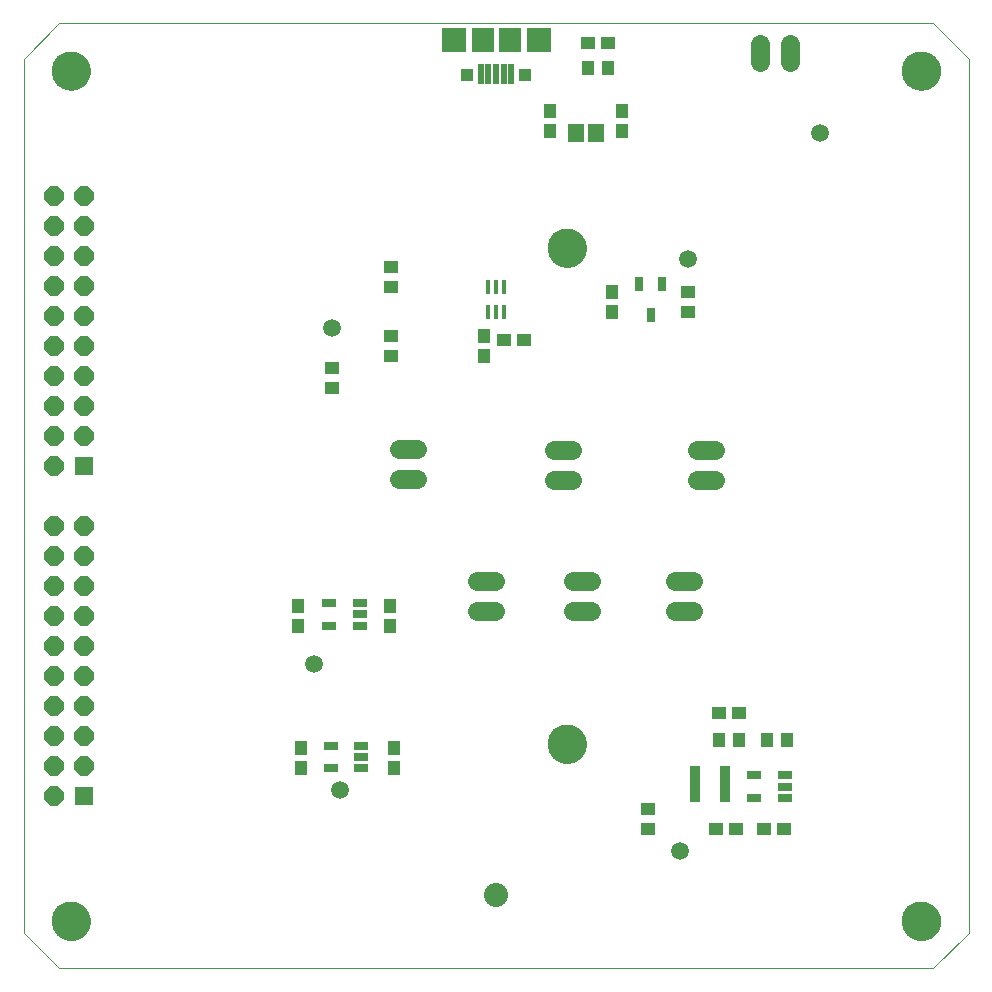
<source format=gts>
G75*
%MOIN*%
%OFA0B0*%
%FSLAX25Y25*%
%IPPOS*%
%LPD*%
%AMOC8*
5,1,8,0,0,1.08239X$1,22.5*
%
%ADD10R,0.05124X0.02762*%
%ADD11R,0.02762X0.05124*%
%ADD12R,0.01800X0.05000*%
%ADD13C,0.08000*%
%ADD14R,0.04337X0.04731*%
%ADD15R,0.04731X0.04337*%
%ADD16R,0.03400X0.12400*%
%ADD17C,0.05912*%
%ADD18R,0.01975X0.06896*%
%ADD19R,0.04172X0.04172*%
%ADD20R,0.07487X0.07880*%
%ADD21R,0.08000X0.08000*%
%ADD22R,0.05518X0.06306*%
%ADD23C,0.06400*%
%ADD24C,0.00000*%
%ADD25C,0.12998*%
%ADD26OC8,0.06400*%
%ADD27R,0.06400X0.06400*%
D10*
X0123382Y0083760D03*
X0123382Y0091240D03*
X0133618Y0091240D03*
X0133618Y0087500D03*
X0133618Y0083760D03*
X0133118Y0131260D03*
X0133118Y0135000D03*
X0133118Y0138740D03*
X0122882Y0138740D03*
X0122882Y0131260D03*
X0264582Y0081340D03*
X0264582Y0073860D03*
X0274818Y0073860D03*
X0274818Y0077600D03*
X0274818Y0081340D03*
D11*
X0230000Y0234882D03*
X0226260Y0245118D03*
X0233740Y0245118D03*
D12*
X0181100Y0244100D03*
X0178500Y0244100D03*
X0175900Y0244100D03*
X0175900Y0235900D03*
X0178500Y0235900D03*
X0181100Y0235900D03*
D13*
X0178500Y0041500D03*
D14*
X0144500Y0083754D03*
X0144500Y0090446D03*
X0113500Y0090446D03*
X0113500Y0083754D03*
X0112500Y0131254D03*
X0112500Y0137946D03*
X0143000Y0137946D03*
X0143000Y0131254D03*
X0174300Y0221254D03*
X0174300Y0227946D03*
X0217000Y0235654D03*
X0217000Y0242346D03*
X0220500Y0296154D03*
X0220500Y0302846D03*
X0215846Y0317000D03*
X0209154Y0317000D03*
X0196500Y0302846D03*
X0196500Y0296154D03*
X0252854Y0093100D03*
X0259546Y0093100D03*
X0268854Y0093100D03*
X0275546Y0093100D03*
D15*
X0259546Y0102100D03*
X0252854Y0102100D03*
X0229000Y0070246D03*
X0229000Y0063554D03*
X0251854Y0063600D03*
X0258546Y0063600D03*
X0267854Y0063600D03*
X0274546Y0063600D03*
X0123900Y0210354D03*
X0123900Y0217046D03*
X0143500Y0221154D03*
X0143500Y0227846D03*
X0143500Y0244254D03*
X0143500Y0250946D03*
X0181054Y0226500D03*
X0187746Y0226500D03*
X0242500Y0235654D03*
X0242500Y0242346D03*
X0215846Y0325500D03*
X0209154Y0325500D03*
D16*
X0244700Y0078600D03*
X0254700Y0078600D03*
D17*
X0239700Y0056100D03*
X0126400Y0076500D03*
X0117900Y0118600D03*
X0123900Y0230400D03*
X0242500Y0253500D03*
X0286500Y0295500D03*
D18*
X0183618Y0315130D03*
X0181059Y0315130D03*
X0178500Y0315130D03*
X0175941Y0315130D03*
X0173382Y0315130D03*
D19*
X0168953Y0314874D03*
X0188047Y0314874D03*
D20*
X0183028Y0326291D03*
X0173972Y0326291D03*
D21*
X0164327Y0326291D03*
X0192673Y0326291D03*
D22*
X0205154Y0295500D03*
X0211846Y0295500D03*
D23*
X0266500Y0319000D02*
X0266500Y0325000D01*
X0276500Y0325000D02*
X0276500Y0319000D01*
X0251600Y0189800D02*
X0245600Y0189800D01*
X0245600Y0179800D02*
X0251600Y0179800D01*
X0244000Y0146000D02*
X0238000Y0146000D01*
X0238000Y0136000D02*
X0244000Y0136000D01*
X0210000Y0136000D02*
X0204000Y0136000D01*
X0204000Y0146000D02*
X0210000Y0146000D01*
X0178000Y0146000D02*
X0172000Y0146000D01*
X0172000Y0136000D02*
X0178000Y0136000D01*
X0197800Y0179900D02*
X0203800Y0179900D01*
X0203800Y0189900D02*
X0197800Y0189900D01*
X0152100Y0190000D02*
X0146100Y0190000D01*
X0146100Y0180000D02*
X0152100Y0180000D01*
D24*
X0021000Y0028811D02*
X0032811Y0017000D01*
X0324150Y0017000D01*
X0335961Y0028811D01*
X0335961Y0320150D01*
X0324150Y0331961D01*
X0032811Y0331961D01*
X0021000Y0320150D01*
X0021000Y0028811D01*
X0030449Y0032748D02*
X0030451Y0032906D01*
X0030457Y0033064D01*
X0030467Y0033222D01*
X0030481Y0033380D01*
X0030499Y0033537D01*
X0030520Y0033694D01*
X0030546Y0033850D01*
X0030576Y0034006D01*
X0030609Y0034161D01*
X0030647Y0034314D01*
X0030688Y0034467D01*
X0030733Y0034619D01*
X0030782Y0034770D01*
X0030835Y0034919D01*
X0030891Y0035067D01*
X0030951Y0035213D01*
X0031015Y0035358D01*
X0031083Y0035501D01*
X0031154Y0035643D01*
X0031228Y0035783D01*
X0031306Y0035920D01*
X0031388Y0036056D01*
X0031472Y0036190D01*
X0031561Y0036321D01*
X0031652Y0036450D01*
X0031747Y0036577D01*
X0031844Y0036702D01*
X0031945Y0036824D01*
X0032049Y0036943D01*
X0032156Y0037060D01*
X0032266Y0037174D01*
X0032379Y0037285D01*
X0032494Y0037394D01*
X0032612Y0037499D01*
X0032733Y0037601D01*
X0032856Y0037701D01*
X0032982Y0037797D01*
X0033110Y0037890D01*
X0033240Y0037980D01*
X0033373Y0038066D01*
X0033508Y0038150D01*
X0033644Y0038229D01*
X0033783Y0038306D01*
X0033924Y0038378D01*
X0034066Y0038448D01*
X0034210Y0038513D01*
X0034356Y0038575D01*
X0034503Y0038633D01*
X0034652Y0038688D01*
X0034802Y0038739D01*
X0034953Y0038786D01*
X0035105Y0038829D01*
X0035258Y0038868D01*
X0035413Y0038904D01*
X0035568Y0038935D01*
X0035724Y0038963D01*
X0035880Y0038987D01*
X0036037Y0039007D01*
X0036195Y0039023D01*
X0036352Y0039035D01*
X0036511Y0039043D01*
X0036669Y0039047D01*
X0036827Y0039047D01*
X0036985Y0039043D01*
X0037144Y0039035D01*
X0037301Y0039023D01*
X0037459Y0039007D01*
X0037616Y0038987D01*
X0037772Y0038963D01*
X0037928Y0038935D01*
X0038083Y0038904D01*
X0038238Y0038868D01*
X0038391Y0038829D01*
X0038543Y0038786D01*
X0038694Y0038739D01*
X0038844Y0038688D01*
X0038993Y0038633D01*
X0039140Y0038575D01*
X0039286Y0038513D01*
X0039430Y0038448D01*
X0039572Y0038378D01*
X0039713Y0038306D01*
X0039852Y0038229D01*
X0039988Y0038150D01*
X0040123Y0038066D01*
X0040256Y0037980D01*
X0040386Y0037890D01*
X0040514Y0037797D01*
X0040640Y0037701D01*
X0040763Y0037601D01*
X0040884Y0037499D01*
X0041002Y0037394D01*
X0041117Y0037285D01*
X0041230Y0037174D01*
X0041340Y0037060D01*
X0041447Y0036943D01*
X0041551Y0036824D01*
X0041652Y0036702D01*
X0041749Y0036577D01*
X0041844Y0036450D01*
X0041935Y0036321D01*
X0042024Y0036190D01*
X0042108Y0036056D01*
X0042190Y0035920D01*
X0042268Y0035783D01*
X0042342Y0035643D01*
X0042413Y0035501D01*
X0042481Y0035358D01*
X0042545Y0035213D01*
X0042605Y0035067D01*
X0042661Y0034919D01*
X0042714Y0034770D01*
X0042763Y0034619D01*
X0042808Y0034467D01*
X0042849Y0034314D01*
X0042887Y0034161D01*
X0042920Y0034006D01*
X0042950Y0033850D01*
X0042976Y0033694D01*
X0042997Y0033537D01*
X0043015Y0033380D01*
X0043029Y0033222D01*
X0043039Y0033064D01*
X0043045Y0032906D01*
X0043047Y0032748D01*
X0043045Y0032590D01*
X0043039Y0032432D01*
X0043029Y0032274D01*
X0043015Y0032116D01*
X0042997Y0031959D01*
X0042976Y0031802D01*
X0042950Y0031646D01*
X0042920Y0031490D01*
X0042887Y0031335D01*
X0042849Y0031182D01*
X0042808Y0031029D01*
X0042763Y0030877D01*
X0042714Y0030726D01*
X0042661Y0030577D01*
X0042605Y0030429D01*
X0042545Y0030283D01*
X0042481Y0030138D01*
X0042413Y0029995D01*
X0042342Y0029853D01*
X0042268Y0029713D01*
X0042190Y0029576D01*
X0042108Y0029440D01*
X0042024Y0029306D01*
X0041935Y0029175D01*
X0041844Y0029046D01*
X0041749Y0028919D01*
X0041652Y0028794D01*
X0041551Y0028672D01*
X0041447Y0028553D01*
X0041340Y0028436D01*
X0041230Y0028322D01*
X0041117Y0028211D01*
X0041002Y0028102D01*
X0040884Y0027997D01*
X0040763Y0027895D01*
X0040640Y0027795D01*
X0040514Y0027699D01*
X0040386Y0027606D01*
X0040256Y0027516D01*
X0040123Y0027430D01*
X0039988Y0027346D01*
X0039852Y0027267D01*
X0039713Y0027190D01*
X0039572Y0027118D01*
X0039430Y0027048D01*
X0039286Y0026983D01*
X0039140Y0026921D01*
X0038993Y0026863D01*
X0038844Y0026808D01*
X0038694Y0026757D01*
X0038543Y0026710D01*
X0038391Y0026667D01*
X0038238Y0026628D01*
X0038083Y0026592D01*
X0037928Y0026561D01*
X0037772Y0026533D01*
X0037616Y0026509D01*
X0037459Y0026489D01*
X0037301Y0026473D01*
X0037144Y0026461D01*
X0036985Y0026453D01*
X0036827Y0026449D01*
X0036669Y0026449D01*
X0036511Y0026453D01*
X0036352Y0026461D01*
X0036195Y0026473D01*
X0036037Y0026489D01*
X0035880Y0026509D01*
X0035724Y0026533D01*
X0035568Y0026561D01*
X0035413Y0026592D01*
X0035258Y0026628D01*
X0035105Y0026667D01*
X0034953Y0026710D01*
X0034802Y0026757D01*
X0034652Y0026808D01*
X0034503Y0026863D01*
X0034356Y0026921D01*
X0034210Y0026983D01*
X0034066Y0027048D01*
X0033924Y0027118D01*
X0033783Y0027190D01*
X0033644Y0027267D01*
X0033508Y0027346D01*
X0033373Y0027430D01*
X0033240Y0027516D01*
X0033110Y0027606D01*
X0032982Y0027699D01*
X0032856Y0027795D01*
X0032733Y0027895D01*
X0032612Y0027997D01*
X0032494Y0028102D01*
X0032379Y0028211D01*
X0032266Y0028322D01*
X0032156Y0028436D01*
X0032049Y0028553D01*
X0031945Y0028672D01*
X0031844Y0028794D01*
X0031747Y0028919D01*
X0031652Y0029046D01*
X0031561Y0029175D01*
X0031472Y0029306D01*
X0031388Y0029440D01*
X0031306Y0029576D01*
X0031228Y0029713D01*
X0031154Y0029853D01*
X0031083Y0029995D01*
X0031015Y0030138D01*
X0030951Y0030283D01*
X0030891Y0030429D01*
X0030835Y0030577D01*
X0030782Y0030726D01*
X0030733Y0030877D01*
X0030688Y0031029D01*
X0030647Y0031182D01*
X0030609Y0031335D01*
X0030576Y0031490D01*
X0030546Y0031646D01*
X0030520Y0031802D01*
X0030499Y0031959D01*
X0030481Y0032116D01*
X0030467Y0032274D01*
X0030457Y0032432D01*
X0030451Y0032590D01*
X0030449Y0032748D01*
X0195803Y0091803D02*
X0195805Y0091961D01*
X0195811Y0092119D01*
X0195821Y0092277D01*
X0195835Y0092435D01*
X0195853Y0092592D01*
X0195874Y0092749D01*
X0195900Y0092905D01*
X0195930Y0093061D01*
X0195963Y0093216D01*
X0196001Y0093369D01*
X0196042Y0093522D01*
X0196087Y0093674D01*
X0196136Y0093825D01*
X0196189Y0093974D01*
X0196245Y0094122D01*
X0196305Y0094268D01*
X0196369Y0094413D01*
X0196437Y0094556D01*
X0196508Y0094698D01*
X0196582Y0094838D01*
X0196660Y0094975D01*
X0196742Y0095111D01*
X0196826Y0095245D01*
X0196915Y0095376D01*
X0197006Y0095505D01*
X0197101Y0095632D01*
X0197198Y0095757D01*
X0197299Y0095879D01*
X0197403Y0095998D01*
X0197510Y0096115D01*
X0197620Y0096229D01*
X0197733Y0096340D01*
X0197848Y0096449D01*
X0197966Y0096554D01*
X0198087Y0096656D01*
X0198210Y0096756D01*
X0198336Y0096852D01*
X0198464Y0096945D01*
X0198594Y0097035D01*
X0198727Y0097121D01*
X0198862Y0097205D01*
X0198998Y0097284D01*
X0199137Y0097361D01*
X0199278Y0097433D01*
X0199420Y0097503D01*
X0199564Y0097568D01*
X0199710Y0097630D01*
X0199857Y0097688D01*
X0200006Y0097743D01*
X0200156Y0097794D01*
X0200307Y0097841D01*
X0200459Y0097884D01*
X0200612Y0097923D01*
X0200767Y0097959D01*
X0200922Y0097990D01*
X0201078Y0098018D01*
X0201234Y0098042D01*
X0201391Y0098062D01*
X0201549Y0098078D01*
X0201706Y0098090D01*
X0201865Y0098098D01*
X0202023Y0098102D01*
X0202181Y0098102D01*
X0202339Y0098098D01*
X0202498Y0098090D01*
X0202655Y0098078D01*
X0202813Y0098062D01*
X0202970Y0098042D01*
X0203126Y0098018D01*
X0203282Y0097990D01*
X0203437Y0097959D01*
X0203592Y0097923D01*
X0203745Y0097884D01*
X0203897Y0097841D01*
X0204048Y0097794D01*
X0204198Y0097743D01*
X0204347Y0097688D01*
X0204494Y0097630D01*
X0204640Y0097568D01*
X0204784Y0097503D01*
X0204926Y0097433D01*
X0205067Y0097361D01*
X0205206Y0097284D01*
X0205342Y0097205D01*
X0205477Y0097121D01*
X0205610Y0097035D01*
X0205740Y0096945D01*
X0205868Y0096852D01*
X0205994Y0096756D01*
X0206117Y0096656D01*
X0206238Y0096554D01*
X0206356Y0096449D01*
X0206471Y0096340D01*
X0206584Y0096229D01*
X0206694Y0096115D01*
X0206801Y0095998D01*
X0206905Y0095879D01*
X0207006Y0095757D01*
X0207103Y0095632D01*
X0207198Y0095505D01*
X0207289Y0095376D01*
X0207378Y0095245D01*
X0207462Y0095111D01*
X0207544Y0094975D01*
X0207622Y0094838D01*
X0207696Y0094698D01*
X0207767Y0094556D01*
X0207835Y0094413D01*
X0207899Y0094268D01*
X0207959Y0094122D01*
X0208015Y0093974D01*
X0208068Y0093825D01*
X0208117Y0093674D01*
X0208162Y0093522D01*
X0208203Y0093369D01*
X0208241Y0093216D01*
X0208274Y0093061D01*
X0208304Y0092905D01*
X0208330Y0092749D01*
X0208351Y0092592D01*
X0208369Y0092435D01*
X0208383Y0092277D01*
X0208393Y0092119D01*
X0208399Y0091961D01*
X0208401Y0091803D01*
X0208399Y0091645D01*
X0208393Y0091487D01*
X0208383Y0091329D01*
X0208369Y0091171D01*
X0208351Y0091014D01*
X0208330Y0090857D01*
X0208304Y0090701D01*
X0208274Y0090545D01*
X0208241Y0090390D01*
X0208203Y0090237D01*
X0208162Y0090084D01*
X0208117Y0089932D01*
X0208068Y0089781D01*
X0208015Y0089632D01*
X0207959Y0089484D01*
X0207899Y0089338D01*
X0207835Y0089193D01*
X0207767Y0089050D01*
X0207696Y0088908D01*
X0207622Y0088768D01*
X0207544Y0088631D01*
X0207462Y0088495D01*
X0207378Y0088361D01*
X0207289Y0088230D01*
X0207198Y0088101D01*
X0207103Y0087974D01*
X0207006Y0087849D01*
X0206905Y0087727D01*
X0206801Y0087608D01*
X0206694Y0087491D01*
X0206584Y0087377D01*
X0206471Y0087266D01*
X0206356Y0087157D01*
X0206238Y0087052D01*
X0206117Y0086950D01*
X0205994Y0086850D01*
X0205868Y0086754D01*
X0205740Y0086661D01*
X0205610Y0086571D01*
X0205477Y0086485D01*
X0205342Y0086401D01*
X0205206Y0086322D01*
X0205067Y0086245D01*
X0204926Y0086173D01*
X0204784Y0086103D01*
X0204640Y0086038D01*
X0204494Y0085976D01*
X0204347Y0085918D01*
X0204198Y0085863D01*
X0204048Y0085812D01*
X0203897Y0085765D01*
X0203745Y0085722D01*
X0203592Y0085683D01*
X0203437Y0085647D01*
X0203282Y0085616D01*
X0203126Y0085588D01*
X0202970Y0085564D01*
X0202813Y0085544D01*
X0202655Y0085528D01*
X0202498Y0085516D01*
X0202339Y0085508D01*
X0202181Y0085504D01*
X0202023Y0085504D01*
X0201865Y0085508D01*
X0201706Y0085516D01*
X0201549Y0085528D01*
X0201391Y0085544D01*
X0201234Y0085564D01*
X0201078Y0085588D01*
X0200922Y0085616D01*
X0200767Y0085647D01*
X0200612Y0085683D01*
X0200459Y0085722D01*
X0200307Y0085765D01*
X0200156Y0085812D01*
X0200006Y0085863D01*
X0199857Y0085918D01*
X0199710Y0085976D01*
X0199564Y0086038D01*
X0199420Y0086103D01*
X0199278Y0086173D01*
X0199137Y0086245D01*
X0198998Y0086322D01*
X0198862Y0086401D01*
X0198727Y0086485D01*
X0198594Y0086571D01*
X0198464Y0086661D01*
X0198336Y0086754D01*
X0198210Y0086850D01*
X0198087Y0086950D01*
X0197966Y0087052D01*
X0197848Y0087157D01*
X0197733Y0087266D01*
X0197620Y0087377D01*
X0197510Y0087491D01*
X0197403Y0087608D01*
X0197299Y0087727D01*
X0197198Y0087849D01*
X0197101Y0087974D01*
X0197006Y0088101D01*
X0196915Y0088230D01*
X0196826Y0088361D01*
X0196742Y0088495D01*
X0196660Y0088631D01*
X0196582Y0088768D01*
X0196508Y0088908D01*
X0196437Y0089050D01*
X0196369Y0089193D01*
X0196305Y0089338D01*
X0196245Y0089484D01*
X0196189Y0089632D01*
X0196136Y0089781D01*
X0196087Y0089932D01*
X0196042Y0090084D01*
X0196001Y0090237D01*
X0195963Y0090390D01*
X0195930Y0090545D01*
X0195900Y0090701D01*
X0195874Y0090857D01*
X0195853Y0091014D01*
X0195835Y0091171D01*
X0195821Y0091329D01*
X0195811Y0091487D01*
X0195805Y0091645D01*
X0195803Y0091803D01*
X0313914Y0032748D02*
X0313916Y0032906D01*
X0313922Y0033064D01*
X0313932Y0033222D01*
X0313946Y0033380D01*
X0313964Y0033537D01*
X0313985Y0033694D01*
X0314011Y0033850D01*
X0314041Y0034006D01*
X0314074Y0034161D01*
X0314112Y0034314D01*
X0314153Y0034467D01*
X0314198Y0034619D01*
X0314247Y0034770D01*
X0314300Y0034919D01*
X0314356Y0035067D01*
X0314416Y0035213D01*
X0314480Y0035358D01*
X0314548Y0035501D01*
X0314619Y0035643D01*
X0314693Y0035783D01*
X0314771Y0035920D01*
X0314853Y0036056D01*
X0314937Y0036190D01*
X0315026Y0036321D01*
X0315117Y0036450D01*
X0315212Y0036577D01*
X0315309Y0036702D01*
X0315410Y0036824D01*
X0315514Y0036943D01*
X0315621Y0037060D01*
X0315731Y0037174D01*
X0315844Y0037285D01*
X0315959Y0037394D01*
X0316077Y0037499D01*
X0316198Y0037601D01*
X0316321Y0037701D01*
X0316447Y0037797D01*
X0316575Y0037890D01*
X0316705Y0037980D01*
X0316838Y0038066D01*
X0316973Y0038150D01*
X0317109Y0038229D01*
X0317248Y0038306D01*
X0317389Y0038378D01*
X0317531Y0038448D01*
X0317675Y0038513D01*
X0317821Y0038575D01*
X0317968Y0038633D01*
X0318117Y0038688D01*
X0318267Y0038739D01*
X0318418Y0038786D01*
X0318570Y0038829D01*
X0318723Y0038868D01*
X0318878Y0038904D01*
X0319033Y0038935D01*
X0319189Y0038963D01*
X0319345Y0038987D01*
X0319502Y0039007D01*
X0319660Y0039023D01*
X0319817Y0039035D01*
X0319976Y0039043D01*
X0320134Y0039047D01*
X0320292Y0039047D01*
X0320450Y0039043D01*
X0320609Y0039035D01*
X0320766Y0039023D01*
X0320924Y0039007D01*
X0321081Y0038987D01*
X0321237Y0038963D01*
X0321393Y0038935D01*
X0321548Y0038904D01*
X0321703Y0038868D01*
X0321856Y0038829D01*
X0322008Y0038786D01*
X0322159Y0038739D01*
X0322309Y0038688D01*
X0322458Y0038633D01*
X0322605Y0038575D01*
X0322751Y0038513D01*
X0322895Y0038448D01*
X0323037Y0038378D01*
X0323178Y0038306D01*
X0323317Y0038229D01*
X0323453Y0038150D01*
X0323588Y0038066D01*
X0323721Y0037980D01*
X0323851Y0037890D01*
X0323979Y0037797D01*
X0324105Y0037701D01*
X0324228Y0037601D01*
X0324349Y0037499D01*
X0324467Y0037394D01*
X0324582Y0037285D01*
X0324695Y0037174D01*
X0324805Y0037060D01*
X0324912Y0036943D01*
X0325016Y0036824D01*
X0325117Y0036702D01*
X0325214Y0036577D01*
X0325309Y0036450D01*
X0325400Y0036321D01*
X0325489Y0036190D01*
X0325573Y0036056D01*
X0325655Y0035920D01*
X0325733Y0035783D01*
X0325807Y0035643D01*
X0325878Y0035501D01*
X0325946Y0035358D01*
X0326010Y0035213D01*
X0326070Y0035067D01*
X0326126Y0034919D01*
X0326179Y0034770D01*
X0326228Y0034619D01*
X0326273Y0034467D01*
X0326314Y0034314D01*
X0326352Y0034161D01*
X0326385Y0034006D01*
X0326415Y0033850D01*
X0326441Y0033694D01*
X0326462Y0033537D01*
X0326480Y0033380D01*
X0326494Y0033222D01*
X0326504Y0033064D01*
X0326510Y0032906D01*
X0326512Y0032748D01*
X0326510Y0032590D01*
X0326504Y0032432D01*
X0326494Y0032274D01*
X0326480Y0032116D01*
X0326462Y0031959D01*
X0326441Y0031802D01*
X0326415Y0031646D01*
X0326385Y0031490D01*
X0326352Y0031335D01*
X0326314Y0031182D01*
X0326273Y0031029D01*
X0326228Y0030877D01*
X0326179Y0030726D01*
X0326126Y0030577D01*
X0326070Y0030429D01*
X0326010Y0030283D01*
X0325946Y0030138D01*
X0325878Y0029995D01*
X0325807Y0029853D01*
X0325733Y0029713D01*
X0325655Y0029576D01*
X0325573Y0029440D01*
X0325489Y0029306D01*
X0325400Y0029175D01*
X0325309Y0029046D01*
X0325214Y0028919D01*
X0325117Y0028794D01*
X0325016Y0028672D01*
X0324912Y0028553D01*
X0324805Y0028436D01*
X0324695Y0028322D01*
X0324582Y0028211D01*
X0324467Y0028102D01*
X0324349Y0027997D01*
X0324228Y0027895D01*
X0324105Y0027795D01*
X0323979Y0027699D01*
X0323851Y0027606D01*
X0323721Y0027516D01*
X0323588Y0027430D01*
X0323453Y0027346D01*
X0323317Y0027267D01*
X0323178Y0027190D01*
X0323037Y0027118D01*
X0322895Y0027048D01*
X0322751Y0026983D01*
X0322605Y0026921D01*
X0322458Y0026863D01*
X0322309Y0026808D01*
X0322159Y0026757D01*
X0322008Y0026710D01*
X0321856Y0026667D01*
X0321703Y0026628D01*
X0321548Y0026592D01*
X0321393Y0026561D01*
X0321237Y0026533D01*
X0321081Y0026509D01*
X0320924Y0026489D01*
X0320766Y0026473D01*
X0320609Y0026461D01*
X0320450Y0026453D01*
X0320292Y0026449D01*
X0320134Y0026449D01*
X0319976Y0026453D01*
X0319817Y0026461D01*
X0319660Y0026473D01*
X0319502Y0026489D01*
X0319345Y0026509D01*
X0319189Y0026533D01*
X0319033Y0026561D01*
X0318878Y0026592D01*
X0318723Y0026628D01*
X0318570Y0026667D01*
X0318418Y0026710D01*
X0318267Y0026757D01*
X0318117Y0026808D01*
X0317968Y0026863D01*
X0317821Y0026921D01*
X0317675Y0026983D01*
X0317531Y0027048D01*
X0317389Y0027118D01*
X0317248Y0027190D01*
X0317109Y0027267D01*
X0316973Y0027346D01*
X0316838Y0027430D01*
X0316705Y0027516D01*
X0316575Y0027606D01*
X0316447Y0027699D01*
X0316321Y0027795D01*
X0316198Y0027895D01*
X0316077Y0027997D01*
X0315959Y0028102D01*
X0315844Y0028211D01*
X0315731Y0028322D01*
X0315621Y0028436D01*
X0315514Y0028553D01*
X0315410Y0028672D01*
X0315309Y0028794D01*
X0315212Y0028919D01*
X0315117Y0029046D01*
X0315026Y0029175D01*
X0314937Y0029306D01*
X0314853Y0029440D01*
X0314771Y0029576D01*
X0314693Y0029713D01*
X0314619Y0029853D01*
X0314548Y0029995D01*
X0314480Y0030138D01*
X0314416Y0030283D01*
X0314356Y0030429D01*
X0314300Y0030577D01*
X0314247Y0030726D01*
X0314198Y0030877D01*
X0314153Y0031029D01*
X0314112Y0031182D01*
X0314074Y0031335D01*
X0314041Y0031490D01*
X0314011Y0031646D01*
X0313985Y0031802D01*
X0313964Y0031959D01*
X0313946Y0032116D01*
X0313932Y0032274D01*
X0313922Y0032432D01*
X0313916Y0032590D01*
X0313914Y0032748D01*
X0195803Y0257157D02*
X0195805Y0257315D01*
X0195811Y0257473D01*
X0195821Y0257631D01*
X0195835Y0257789D01*
X0195853Y0257946D01*
X0195874Y0258103D01*
X0195900Y0258259D01*
X0195930Y0258415D01*
X0195963Y0258570D01*
X0196001Y0258723D01*
X0196042Y0258876D01*
X0196087Y0259028D01*
X0196136Y0259179D01*
X0196189Y0259328D01*
X0196245Y0259476D01*
X0196305Y0259622D01*
X0196369Y0259767D01*
X0196437Y0259910D01*
X0196508Y0260052D01*
X0196582Y0260192D01*
X0196660Y0260329D01*
X0196742Y0260465D01*
X0196826Y0260599D01*
X0196915Y0260730D01*
X0197006Y0260859D01*
X0197101Y0260986D01*
X0197198Y0261111D01*
X0197299Y0261233D01*
X0197403Y0261352D01*
X0197510Y0261469D01*
X0197620Y0261583D01*
X0197733Y0261694D01*
X0197848Y0261803D01*
X0197966Y0261908D01*
X0198087Y0262010D01*
X0198210Y0262110D01*
X0198336Y0262206D01*
X0198464Y0262299D01*
X0198594Y0262389D01*
X0198727Y0262475D01*
X0198862Y0262559D01*
X0198998Y0262638D01*
X0199137Y0262715D01*
X0199278Y0262787D01*
X0199420Y0262857D01*
X0199564Y0262922D01*
X0199710Y0262984D01*
X0199857Y0263042D01*
X0200006Y0263097D01*
X0200156Y0263148D01*
X0200307Y0263195D01*
X0200459Y0263238D01*
X0200612Y0263277D01*
X0200767Y0263313D01*
X0200922Y0263344D01*
X0201078Y0263372D01*
X0201234Y0263396D01*
X0201391Y0263416D01*
X0201549Y0263432D01*
X0201706Y0263444D01*
X0201865Y0263452D01*
X0202023Y0263456D01*
X0202181Y0263456D01*
X0202339Y0263452D01*
X0202498Y0263444D01*
X0202655Y0263432D01*
X0202813Y0263416D01*
X0202970Y0263396D01*
X0203126Y0263372D01*
X0203282Y0263344D01*
X0203437Y0263313D01*
X0203592Y0263277D01*
X0203745Y0263238D01*
X0203897Y0263195D01*
X0204048Y0263148D01*
X0204198Y0263097D01*
X0204347Y0263042D01*
X0204494Y0262984D01*
X0204640Y0262922D01*
X0204784Y0262857D01*
X0204926Y0262787D01*
X0205067Y0262715D01*
X0205206Y0262638D01*
X0205342Y0262559D01*
X0205477Y0262475D01*
X0205610Y0262389D01*
X0205740Y0262299D01*
X0205868Y0262206D01*
X0205994Y0262110D01*
X0206117Y0262010D01*
X0206238Y0261908D01*
X0206356Y0261803D01*
X0206471Y0261694D01*
X0206584Y0261583D01*
X0206694Y0261469D01*
X0206801Y0261352D01*
X0206905Y0261233D01*
X0207006Y0261111D01*
X0207103Y0260986D01*
X0207198Y0260859D01*
X0207289Y0260730D01*
X0207378Y0260599D01*
X0207462Y0260465D01*
X0207544Y0260329D01*
X0207622Y0260192D01*
X0207696Y0260052D01*
X0207767Y0259910D01*
X0207835Y0259767D01*
X0207899Y0259622D01*
X0207959Y0259476D01*
X0208015Y0259328D01*
X0208068Y0259179D01*
X0208117Y0259028D01*
X0208162Y0258876D01*
X0208203Y0258723D01*
X0208241Y0258570D01*
X0208274Y0258415D01*
X0208304Y0258259D01*
X0208330Y0258103D01*
X0208351Y0257946D01*
X0208369Y0257789D01*
X0208383Y0257631D01*
X0208393Y0257473D01*
X0208399Y0257315D01*
X0208401Y0257157D01*
X0208399Y0256999D01*
X0208393Y0256841D01*
X0208383Y0256683D01*
X0208369Y0256525D01*
X0208351Y0256368D01*
X0208330Y0256211D01*
X0208304Y0256055D01*
X0208274Y0255899D01*
X0208241Y0255744D01*
X0208203Y0255591D01*
X0208162Y0255438D01*
X0208117Y0255286D01*
X0208068Y0255135D01*
X0208015Y0254986D01*
X0207959Y0254838D01*
X0207899Y0254692D01*
X0207835Y0254547D01*
X0207767Y0254404D01*
X0207696Y0254262D01*
X0207622Y0254122D01*
X0207544Y0253985D01*
X0207462Y0253849D01*
X0207378Y0253715D01*
X0207289Y0253584D01*
X0207198Y0253455D01*
X0207103Y0253328D01*
X0207006Y0253203D01*
X0206905Y0253081D01*
X0206801Y0252962D01*
X0206694Y0252845D01*
X0206584Y0252731D01*
X0206471Y0252620D01*
X0206356Y0252511D01*
X0206238Y0252406D01*
X0206117Y0252304D01*
X0205994Y0252204D01*
X0205868Y0252108D01*
X0205740Y0252015D01*
X0205610Y0251925D01*
X0205477Y0251839D01*
X0205342Y0251755D01*
X0205206Y0251676D01*
X0205067Y0251599D01*
X0204926Y0251527D01*
X0204784Y0251457D01*
X0204640Y0251392D01*
X0204494Y0251330D01*
X0204347Y0251272D01*
X0204198Y0251217D01*
X0204048Y0251166D01*
X0203897Y0251119D01*
X0203745Y0251076D01*
X0203592Y0251037D01*
X0203437Y0251001D01*
X0203282Y0250970D01*
X0203126Y0250942D01*
X0202970Y0250918D01*
X0202813Y0250898D01*
X0202655Y0250882D01*
X0202498Y0250870D01*
X0202339Y0250862D01*
X0202181Y0250858D01*
X0202023Y0250858D01*
X0201865Y0250862D01*
X0201706Y0250870D01*
X0201549Y0250882D01*
X0201391Y0250898D01*
X0201234Y0250918D01*
X0201078Y0250942D01*
X0200922Y0250970D01*
X0200767Y0251001D01*
X0200612Y0251037D01*
X0200459Y0251076D01*
X0200307Y0251119D01*
X0200156Y0251166D01*
X0200006Y0251217D01*
X0199857Y0251272D01*
X0199710Y0251330D01*
X0199564Y0251392D01*
X0199420Y0251457D01*
X0199278Y0251527D01*
X0199137Y0251599D01*
X0198998Y0251676D01*
X0198862Y0251755D01*
X0198727Y0251839D01*
X0198594Y0251925D01*
X0198464Y0252015D01*
X0198336Y0252108D01*
X0198210Y0252204D01*
X0198087Y0252304D01*
X0197966Y0252406D01*
X0197848Y0252511D01*
X0197733Y0252620D01*
X0197620Y0252731D01*
X0197510Y0252845D01*
X0197403Y0252962D01*
X0197299Y0253081D01*
X0197198Y0253203D01*
X0197101Y0253328D01*
X0197006Y0253455D01*
X0196915Y0253584D01*
X0196826Y0253715D01*
X0196742Y0253849D01*
X0196660Y0253985D01*
X0196582Y0254122D01*
X0196508Y0254262D01*
X0196437Y0254404D01*
X0196369Y0254547D01*
X0196305Y0254692D01*
X0196245Y0254838D01*
X0196189Y0254986D01*
X0196136Y0255135D01*
X0196087Y0255286D01*
X0196042Y0255438D01*
X0196001Y0255591D01*
X0195963Y0255744D01*
X0195930Y0255899D01*
X0195900Y0256055D01*
X0195874Y0256211D01*
X0195853Y0256368D01*
X0195835Y0256525D01*
X0195821Y0256683D01*
X0195811Y0256841D01*
X0195805Y0256999D01*
X0195803Y0257157D01*
X0313914Y0316213D02*
X0313916Y0316371D01*
X0313922Y0316529D01*
X0313932Y0316687D01*
X0313946Y0316845D01*
X0313964Y0317002D01*
X0313985Y0317159D01*
X0314011Y0317315D01*
X0314041Y0317471D01*
X0314074Y0317626D01*
X0314112Y0317779D01*
X0314153Y0317932D01*
X0314198Y0318084D01*
X0314247Y0318235D01*
X0314300Y0318384D01*
X0314356Y0318532D01*
X0314416Y0318678D01*
X0314480Y0318823D01*
X0314548Y0318966D01*
X0314619Y0319108D01*
X0314693Y0319248D01*
X0314771Y0319385D01*
X0314853Y0319521D01*
X0314937Y0319655D01*
X0315026Y0319786D01*
X0315117Y0319915D01*
X0315212Y0320042D01*
X0315309Y0320167D01*
X0315410Y0320289D01*
X0315514Y0320408D01*
X0315621Y0320525D01*
X0315731Y0320639D01*
X0315844Y0320750D01*
X0315959Y0320859D01*
X0316077Y0320964D01*
X0316198Y0321066D01*
X0316321Y0321166D01*
X0316447Y0321262D01*
X0316575Y0321355D01*
X0316705Y0321445D01*
X0316838Y0321531D01*
X0316973Y0321615D01*
X0317109Y0321694D01*
X0317248Y0321771D01*
X0317389Y0321843D01*
X0317531Y0321913D01*
X0317675Y0321978D01*
X0317821Y0322040D01*
X0317968Y0322098D01*
X0318117Y0322153D01*
X0318267Y0322204D01*
X0318418Y0322251D01*
X0318570Y0322294D01*
X0318723Y0322333D01*
X0318878Y0322369D01*
X0319033Y0322400D01*
X0319189Y0322428D01*
X0319345Y0322452D01*
X0319502Y0322472D01*
X0319660Y0322488D01*
X0319817Y0322500D01*
X0319976Y0322508D01*
X0320134Y0322512D01*
X0320292Y0322512D01*
X0320450Y0322508D01*
X0320609Y0322500D01*
X0320766Y0322488D01*
X0320924Y0322472D01*
X0321081Y0322452D01*
X0321237Y0322428D01*
X0321393Y0322400D01*
X0321548Y0322369D01*
X0321703Y0322333D01*
X0321856Y0322294D01*
X0322008Y0322251D01*
X0322159Y0322204D01*
X0322309Y0322153D01*
X0322458Y0322098D01*
X0322605Y0322040D01*
X0322751Y0321978D01*
X0322895Y0321913D01*
X0323037Y0321843D01*
X0323178Y0321771D01*
X0323317Y0321694D01*
X0323453Y0321615D01*
X0323588Y0321531D01*
X0323721Y0321445D01*
X0323851Y0321355D01*
X0323979Y0321262D01*
X0324105Y0321166D01*
X0324228Y0321066D01*
X0324349Y0320964D01*
X0324467Y0320859D01*
X0324582Y0320750D01*
X0324695Y0320639D01*
X0324805Y0320525D01*
X0324912Y0320408D01*
X0325016Y0320289D01*
X0325117Y0320167D01*
X0325214Y0320042D01*
X0325309Y0319915D01*
X0325400Y0319786D01*
X0325489Y0319655D01*
X0325573Y0319521D01*
X0325655Y0319385D01*
X0325733Y0319248D01*
X0325807Y0319108D01*
X0325878Y0318966D01*
X0325946Y0318823D01*
X0326010Y0318678D01*
X0326070Y0318532D01*
X0326126Y0318384D01*
X0326179Y0318235D01*
X0326228Y0318084D01*
X0326273Y0317932D01*
X0326314Y0317779D01*
X0326352Y0317626D01*
X0326385Y0317471D01*
X0326415Y0317315D01*
X0326441Y0317159D01*
X0326462Y0317002D01*
X0326480Y0316845D01*
X0326494Y0316687D01*
X0326504Y0316529D01*
X0326510Y0316371D01*
X0326512Y0316213D01*
X0326510Y0316055D01*
X0326504Y0315897D01*
X0326494Y0315739D01*
X0326480Y0315581D01*
X0326462Y0315424D01*
X0326441Y0315267D01*
X0326415Y0315111D01*
X0326385Y0314955D01*
X0326352Y0314800D01*
X0326314Y0314647D01*
X0326273Y0314494D01*
X0326228Y0314342D01*
X0326179Y0314191D01*
X0326126Y0314042D01*
X0326070Y0313894D01*
X0326010Y0313748D01*
X0325946Y0313603D01*
X0325878Y0313460D01*
X0325807Y0313318D01*
X0325733Y0313178D01*
X0325655Y0313041D01*
X0325573Y0312905D01*
X0325489Y0312771D01*
X0325400Y0312640D01*
X0325309Y0312511D01*
X0325214Y0312384D01*
X0325117Y0312259D01*
X0325016Y0312137D01*
X0324912Y0312018D01*
X0324805Y0311901D01*
X0324695Y0311787D01*
X0324582Y0311676D01*
X0324467Y0311567D01*
X0324349Y0311462D01*
X0324228Y0311360D01*
X0324105Y0311260D01*
X0323979Y0311164D01*
X0323851Y0311071D01*
X0323721Y0310981D01*
X0323588Y0310895D01*
X0323453Y0310811D01*
X0323317Y0310732D01*
X0323178Y0310655D01*
X0323037Y0310583D01*
X0322895Y0310513D01*
X0322751Y0310448D01*
X0322605Y0310386D01*
X0322458Y0310328D01*
X0322309Y0310273D01*
X0322159Y0310222D01*
X0322008Y0310175D01*
X0321856Y0310132D01*
X0321703Y0310093D01*
X0321548Y0310057D01*
X0321393Y0310026D01*
X0321237Y0309998D01*
X0321081Y0309974D01*
X0320924Y0309954D01*
X0320766Y0309938D01*
X0320609Y0309926D01*
X0320450Y0309918D01*
X0320292Y0309914D01*
X0320134Y0309914D01*
X0319976Y0309918D01*
X0319817Y0309926D01*
X0319660Y0309938D01*
X0319502Y0309954D01*
X0319345Y0309974D01*
X0319189Y0309998D01*
X0319033Y0310026D01*
X0318878Y0310057D01*
X0318723Y0310093D01*
X0318570Y0310132D01*
X0318418Y0310175D01*
X0318267Y0310222D01*
X0318117Y0310273D01*
X0317968Y0310328D01*
X0317821Y0310386D01*
X0317675Y0310448D01*
X0317531Y0310513D01*
X0317389Y0310583D01*
X0317248Y0310655D01*
X0317109Y0310732D01*
X0316973Y0310811D01*
X0316838Y0310895D01*
X0316705Y0310981D01*
X0316575Y0311071D01*
X0316447Y0311164D01*
X0316321Y0311260D01*
X0316198Y0311360D01*
X0316077Y0311462D01*
X0315959Y0311567D01*
X0315844Y0311676D01*
X0315731Y0311787D01*
X0315621Y0311901D01*
X0315514Y0312018D01*
X0315410Y0312137D01*
X0315309Y0312259D01*
X0315212Y0312384D01*
X0315117Y0312511D01*
X0315026Y0312640D01*
X0314937Y0312771D01*
X0314853Y0312905D01*
X0314771Y0313041D01*
X0314693Y0313178D01*
X0314619Y0313318D01*
X0314548Y0313460D01*
X0314480Y0313603D01*
X0314416Y0313748D01*
X0314356Y0313894D01*
X0314300Y0314042D01*
X0314247Y0314191D01*
X0314198Y0314342D01*
X0314153Y0314494D01*
X0314112Y0314647D01*
X0314074Y0314800D01*
X0314041Y0314955D01*
X0314011Y0315111D01*
X0313985Y0315267D01*
X0313964Y0315424D01*
X0313946Y0315581D01*
X0313932Y0315739D01*
X0313922Y0315897D01*
X0313916Y0316055D01*
X0313914Y0316213D01*
X0030449Y0316213D02*
X0030451Y0316371D01*
X0030457Y0316529D01*
X0030467Y0316687D01*
X0030481Y0316845D01*
X0030499Y0317002D01*
X0030520Y0317159D01*
X0030546Y0317315D01*
X0030576Y0317471D01*
X0030609Y0317626D01*
X0030647Y0317779D01*
X0030688Y0317932D01*
X0030733Y0318084D01*
X0030782Y0318235D01*
X0030835Y0318384D01*
X0030891Y0318532D01*
X0030951Y0318678D01*
X0031015Y0318823D01*
X0031083Y0318966D01*
X0031154Y0319108D01*
X0031228Y0319248D01*
X0031306Y0319385D01*
X0031388Y0319521D01*
X0031472Y0319655D01*
X0031561Y0319786D01*
X0031652Y0319915D01*
X0031747Y0320042D01*
X0031844Y0320167D01*
X0031945Y0320289D01*
X0032049Y0320408D01*
X0032156Y0320525D01*
X0032266Y0320639D01*
X0032379Y0320750D01*
X0032494Y0320859D01*
X0032612Y0320964D01*
X0032733Y0321066D01*
X0032856Y0321166D01*
X0032982Y0321262D01*
X0033110Y0321355D01*
X0033240Y0321445D01*
X0033373Y0321531D01*
X0033508Y0321615D01*
X0033644Y0321694D01*
X0033783Y0321771D01*
X0033924Y0321843D01*
X0034066Y0321913D01*
X0034210Y0321978D01*
X0034356Y0322040D01*
X0034503Y0322098D01*
X0034652Y0322153D01*
X0034802Y0322204D01*
X0034953Y0322251D01*
X0035105Y0322294D01*
X0035258Y0322333D01*
X0035413Y0322369D01*
X0035568Y0322400D01*
X0035724Y0322428D01*
X0035880Y0322452D01*
X0036037Y0322472D01*
X0036195Y0322488D01*
X0036352Y0322500D01*
X0036511Y0322508D01*
X0036669Y0322512D01*
X0036827Y0322512D01*
X0036985Y0322508D01*
X0037144Y0322500D01*
X0037301Y0322488D01*
X0037459Y0322472D01*
X0037616Y0322452D01*
X0037772Y0322428D01*
X0037928Y0322400D01*
X0038083Y0322369D01*
X0038238Y0322333D01*
X0038391Y0322294D01*
X0038543Y0322251D01*
X0038694Y0322204D01*
X0038844Y0322153D01*
X0038993Y0322098D01*
X0039140Y0322040D01*
X0039286Y0321978D01*
X0039430Y0321913D01*
X0039572Y0321843D01*
X0039713Y0321771D01*
X0039852Y0321694D01*
X0039988Y0321615D01*
X0040123Y0321531D01*
X0040256Y0321445D01*
X0040386Y0321355D01*
X0040514Y0321262D01*
X0040640Y0321166D01*
X0040763Y0321066D01*
X0040884Y0320964D01*
X0041002Y0320859D01*
X0041117Y0320750D01*
X0041230Y0320639D01*
X0041340Y0320525D01*
X0041447Y0320408D01*
X0041551Y0320289D01*
X0041652Y0320167D01*
X0041749Y0320042D01*
X0041844Y0319915D01*
X0041935Y0319786D01*
X0042024Y0319655D01*
X0042108Y0319521D01*
X0042190Y0319385D01*
X0042268Y0319248D01*
X0042342Y0319108D01*
X0042413Y0318966D01*
X0042481Y0318823D01*
X0042545Y0318678D01*
X0042605Y0318532D01*
X0042661Y0318384D01*
X0042714Y0318235D01*
X0042763Y0318084D01*
X0042808Y0317932D01*
X0042849Y0317779D01*
X0042887Y0317626D01*
X0042920Y0317471D01*
X0042950Y0317315D01*
X0042976Y0317159D01*
X0042997Y0317002D01*
X0043015Y0316845D01*
X0043029Y0316687D01*
X0043039Y0316529D01*
X0043045Y0316371D01*
X0043047Y0316213D01*
X0043045Y0316055D01*
X0043039Y0315897D01*
X0043029Y0315739D01*
X0043015Y0315581D01*
X0042997Y0315424D01*
X0042976Y0315267D01*
X0042950Y0315111D01*
X0042920Y0314955D01*
X0042887Y0314800D01*
X0042849Y0314647D01*
X0042808Y0314494D01*
X0042763Y0314342D01*
X0042714Y0314191D01*
X0042661Y0314042D01*
X0042605Y0313894D01*
X0042545Y0313748D01*
X0042481Y0313603D01*
X0042413Y0313460D01*
X0042342Y0313318D01*
X0042268Y0313178D01*
X0042190Y0313041D01*
X0042108Y0312905D01*
X0042024Y0312771D01*
X0041935Y0312640D01*
X0041844Y0312511D01*
X0041749Y0312384D01*
X0041652Y0312259D01*
X0041551Y0312137D01*
X0041447Y0312018D01*
X0041340Y0311901D01*
X0041230Y0311787D01*
X0041117Y0311676D01*
X0041002Y0311567D01*
X0040884Y0311462D01*
X0040763Y0311360D01*
X0040640Y0311260D01*
X0040514Y0311164D01*
X0040386Y0311071D01*
X0040256Y0310981D01*
X0040123Y0310895D01*
X0039988Y0310811D01*
X0039852Y0310732D01*
X0039713Y0310655D01*
X0039572Y0310583D01*
X0039430Y0310513D01*
X0039286Y0310448D01*
X0039140Y0310386D01*
X0038993Y0310328D01*
X0038844Y0310273D01*
X0038694Y0310222D01*
X0038543Y0310175D01*
X0038391Y0310132D01*
X0038238Y0310093D01*
X0038083Y0310057D01*
X0037928Y0310026D01*
X0037772Y0309998D01*
X0037616Y0309974D01*
X0037459Y0309954D01*
X0037301Y0309938D01*
X0037144Y0309926D01*
X0036985Y0309918D01*
X0036827Y0309914D01*
X0036669Y0309914D01*
X0036511Y0309918D01*
X0036352Y0309926D01*
X0036195Y0309938D01*
X0036037Y0309954D01*
X0035880Y0309974D01*
X0035724Y0309998D01*
X0035568Y0310026D01*
X0035413Y0310057D01*
X0035258Y0310093D01*
X0035105Y0310132D01*
X0034953Y0310175D01*
X0034802Y0310222D01*
X0034652Y0310273D01*
X0034503Y0310328D01*
X0034356Y0310386D01*
X0034210Y0310448D01*
X0034066Y0310513D01*
X0033924Y0310583D01*
X0033783Y0310655D01*
X0033644Y0310732D01*
X0033508Y0310811D01*
X0033373Y0310895D01*
X0033240Y0310981D01*
X0033110Y0311071D01*
X0032982Y0311164D01*
X0032856Y0311260D01*
X0032733Y0311360D01*
X0032612Y0311462D01*
X0032494Y0311567D01*
X0032379Y0311676D01*
X0032266Y0311787D01*
X0032156Y0311901D01*
X0032049Y0312018D01*
X0031945Y0312137D01*
X0031844Y0312259D01*
X0031747Y0312384D01*
X0031652Y0312511D01*
X0031561Y0312640D01*
X0031472Y0312771D01*
X0031388Y0312905D01*
X0031306Y0313041D01*
X0031228Y0313178D01*
X0031154Y0313318D01*
X0031083Y0313460D01*
X0031015Y0313603D01*
X0030951Y0313748D01*
X0030891Y0313894D01*
X0030835Y0314042D01*
X0030782Y0314191D01*
X0030733Y0314342D01*
X0030688Y0314494D01*
X0030647Y0314647D01*
X0030609Y0314800D01*
X0030576Y0314955D01*
X0030546Y0315111D01*
X0030520Y0315267D01*
X0030499Y0315424D01*
X0030481Y0315581D01*
X0030467Y0315739D01*
X0030457Y0315897D01*
X0030451Y0316055D01*
X0030449Y0316213D01*
D25*
X0036748Y0316213D03*
X0202102Y0257157D03*
X0320213Y0316213D03*
X0202102Y0091803D03*
X0320213Y0032748D03*
X0036748Y0032748D03*
D26*
X0030961Y0074461D03*
X0030961Y0084461D03*
X0030961Y0094461D03*
X0030961Y0104461D03*
X0030961Y0114461D03*
X0030961Y0124461D03*
X0030961Y0134461D03*
X0030961Y0144461D03*
X0030961Y0154461D03*
X0030961Y0164461D03*
X0040961Y0164461D03*
X0040961Y0154461D03*
X0040961Y0144461D03*
X0040961Y0134461D03*
X0040961Y0124461D03*
X0040961Y0114461D03*
X0040961Y0104461D03*
X0040961Y0094461D03*
X0040961Y0084461D03*
X0030961Y0184461D03*
X0030961Y0194461D03*
X0030961Y0204461D03*
X0030961Y0214461D03*
X0030961Y0224461D03*
X0030961Y0234461D03*
X0030961Y0244461D03*
X0030961Y0254461D03*
X0030961Y0264461D03*
X0030961Y0274461D03*
X0040961Y0274461D03*
X0040961Y0264461D03*
X0040961Y0254461D03*
X0040961Y0244461D03*
X0040961Y0234461D03*
X0040961Y0224461D03*
X0040961Y0214461D03*
X0040961Y0204461D03*
X0040961Y0194461D03*
D27*
X0040961Y0184461D03*
X0040961Y0074461D03*
M02*

</source>
